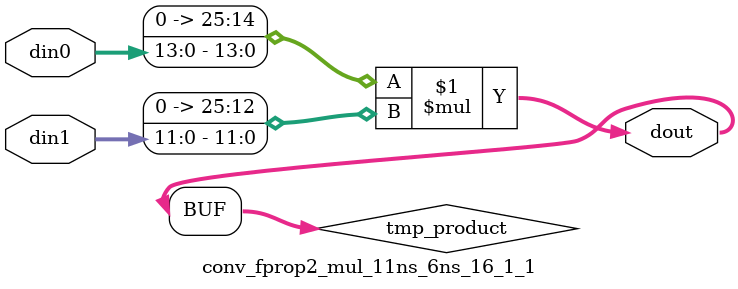
<source format=v>

`timescale 1 ns / 1 ps

 module conv_fprop2_mul_11ns_6ns_16_1_1(din0, din1, dout);
parameter ID = 1;
parameter NUM_STAGE = 0;
parameter din0_WIDTH = 14;
parameter din1_WIDTH = 12;
parameter dout_WIDTH = 26;

input [din0_WIDTH - 1 : 0] din0; 
input [din1_WIDTH - 1 : 0] din1; 
output [dout_WIDTH - 1 : 0] dout;

wire signed [dout_WIDTH - 1 : 0] tmp_product;
























assign tmp_product = $signed({1'b0, din0}) * $signed({1'b0, din1});











assign dout = tmp_product;





















endmodule

</source>
